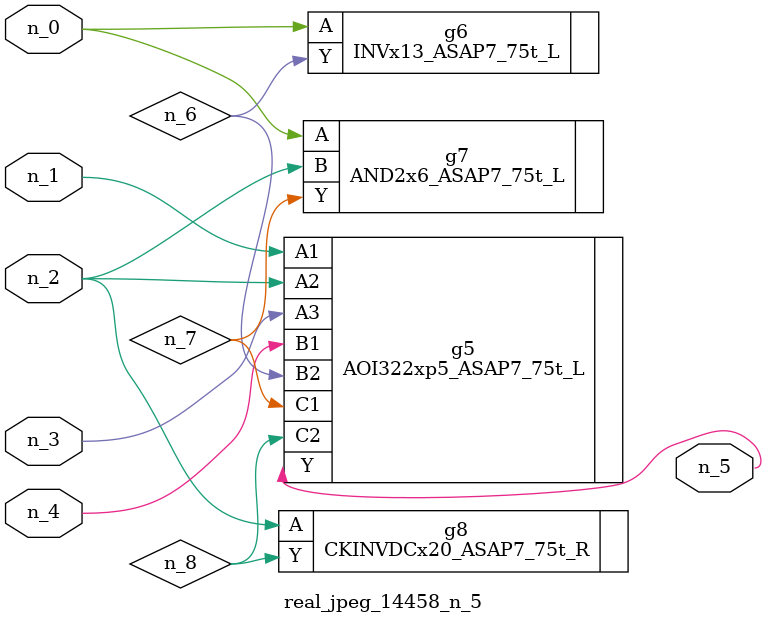
<source format=v>
module real_jpeg_14458_n_5 (n_4, n_0, n_1, n_2, n_3, n_5);

input n_4;
input n_0;
input n_1;
input n_2;
input n_3;

output n_5;

wire n_8;
wire n_6;
wire n_7;

INVx13_ASAP7_75t_L g6 ( 
.A(n_0),
.Y(n_6)
);

AND2x6_ASAP7_75t_L g7 ( 
.A(n_0),
.B(n_2),
.Y(n_7)
);

AOI322xp5_ASAP7_75t_L g5 ( 
.A1(n_1),
.A2(n_2),
.A3(n_3),
.B1(n_4),
.B2(n_6),
.C1(n_7),
.C2(n_8),
.Y(n_5)
);

CKINVDCx20_ASAP7_75t_R g8 ( 
.A(n_2),
.Y(n_8)
);


endmodule
</source>
